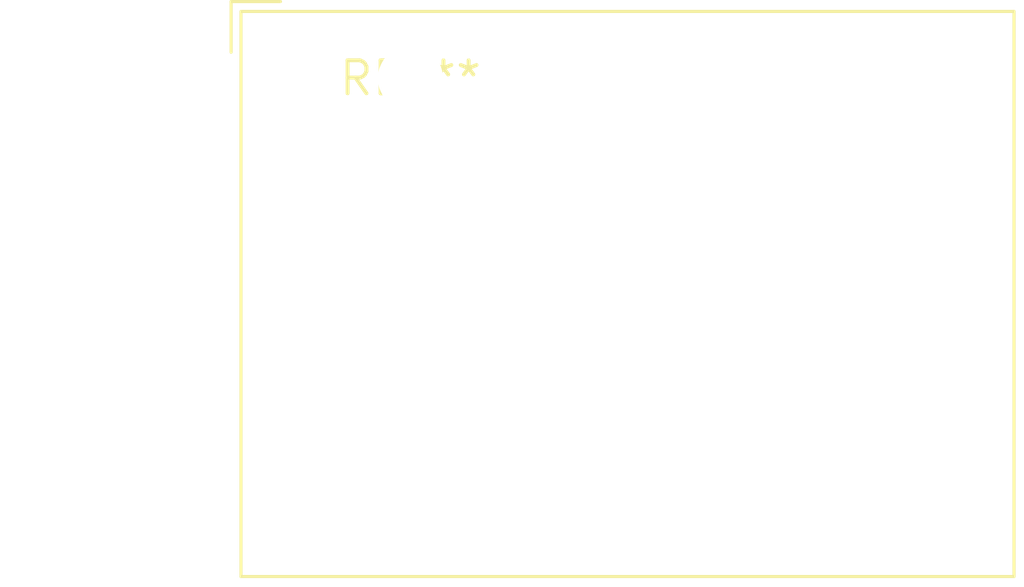
<source format=kicad_pcb>
(kicad_pcb (version 20240108) (generator pcbnew)
  (layers (0 "F.Cu" signal) (31 "B.Cu" signal) (34 "B.Paste" user) (35 "F.Paste" user) (36 "B.SilkS" user "B.Silkscreen") (37 "F.SilkS" user "F.Silkscreen") (38 "B.Mask" user) (39 "F.Mask" user) (44 "Edge.Cuts" user))
  (net 0 "")
  (footprint "Relay_Socket_DPDT_Finder_96.12" (layer "F.Cu") (at 0 0)
    (property "Reference" "REF**")
    (property "Value" "Relay_Socket_DPDT_Finder_96.12")
    (fp_line (start -6.9 -2.95) (end -5 -2.95) (layer "F.SilkS") (stroke (width 0.12)))
    (fp_line (start -6.9 -1) (end -6.9 -2.95) (layer "F.SilkS") (stroke (width 0.12)))
    (fp_line (start -6.52 -2.57) (end 23.22 -2.57) (layer "F.SilkS") (stroke (width 0.12)))
    (fp_line (start -6.52 -2.55) (end -6.52 19.17) (layer "F.SilkS") (stroke (width 0.12)))
    (fp_line (start -6.52 19.17) (end 23.22 19.17) (layer "F.SilkS") (stroke (width 0.12)))
    (fp_line (start 23.22 -2.57) (end 23.22 19.17) (layer "F.SilkS") (stroke (width 0.12)))
    (pad "11" thru_hole circle (at 6.1 3.3) (size 4 4) (drill 2.5) (layers *.Cu *.Mask) (remove_unused_layers))
    (pad "12" thru_hole circle (at 16.7 3.3) (size 4 4) (drill 2.5) (layers *.Cu *.Mask) (remove_unused_layers))
    (pad "14" thru_hole circle (at 12 3.3) (size 4 4) (drill 2.5) (layers *.Cu *.Mask) (remove_unused_layers))
    (pad "21" thru_hole circle (at 6.1 13.3) (size 4 4) (drill 2.5) (layers *.Cu *.Mask) (remove_unused_layers))
    (pad "22" thru_hole circle (at 16.7 13.3) (size 4 4) (drill 2.5) (layers *.Cu *.Mask) (remove_unused_layers))
    (pad "24" thru_hole circle (at 12 13.3) (size 4 4) (drill 2.5) (layers *.Cu *.Mask) (remove_unused_layers))
    (pad "A1" thru_hole roundrect (at 0 0) (size 4 4) (drill 2.5) (layers *.Cu *.Mask) (remove_unused_layers))
    (pad "A2" thru_hole circle (at 0 16.6) (size 4 4) (drill 2.5) (layers *.Cu *.Mask) (remove_unused_layers))
  )
)
</source>
